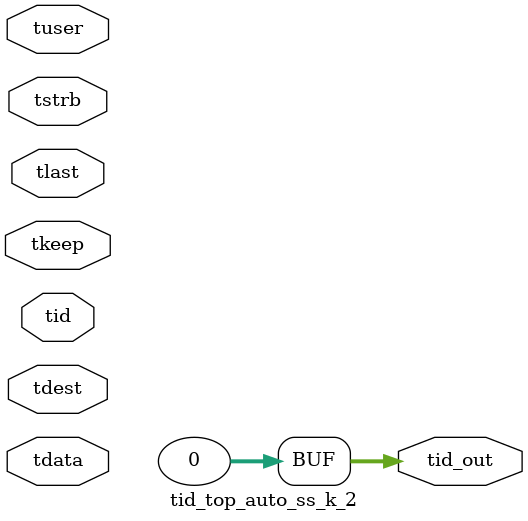
<source format=v>


`timescale 1ps/1ps

module tid_top_auto_ss_k_2 #
(
parameter C_S_AXIS_TID_WIDTH   = 1,
parameter C_S_AXIS_TUSER_WIDTH = 0,
parameter C_S_AXIS_TDATA_WIDTH = 0,
parameter C_S_AXIS_TDEST_WIDTH = 0,
parameter C_M_AXIS_TID_WIDTH   = 32
)
(
input  [(C_S_AXIS_TID_WIDTH   == 0 ? 1 : C_S_AXIS_TID_WIDTH)-1:0       ] tid,
input  [(C_S_AXIS_TDATA_WIDTH == 0 ? 1 : C_S_AXIS_TDATA_WIDTH)-1:0     ] tdata,
input  [(C_S_AXIS_TUSER_WIDTH == 0 ? 1 : C_S_AXIS_TUSER_WIDTH)-1:0     ] tuser,
input  [(C_S_AXIS_TDEST_WIDTH == 0 ? 1 : C_S_AXIS_TDEST_WIDTH)-1:0     ] tdest,
input  [(C_S_AXIS_TDATA_WIDTH/8)-1:0 ] tkeep,
input  [(C_S_AXIS_TDATA_WIDTH/8)-1:0 ] tstrb,
input                                                                    tlast,
output [(C_M_AXIS_TID_WIDTH   == 0 ? 1 : C_M_AXIS_TID_WIDTH)-1:0       ] tid_out
);

assign tid_out = {1'b0};

endmodule


</source>
